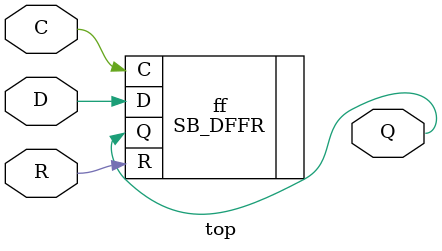
<source format=v>
module top (input C, D, R, output Q);
	SB_DFFR ff (.C(C), .D(D), .R(R), .Q(Q));
endmodule

</source>
